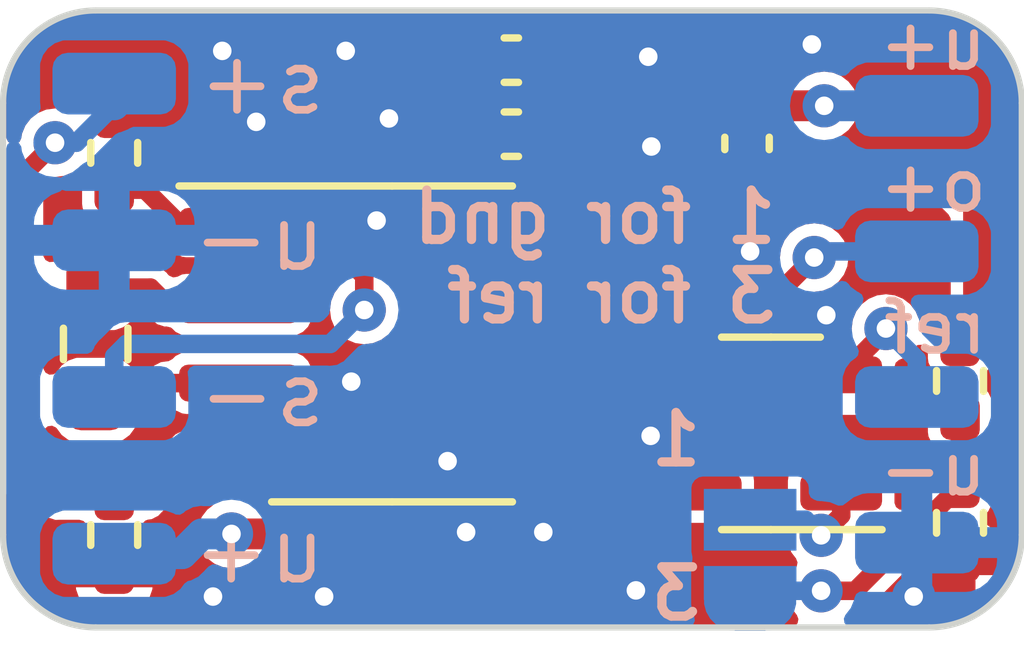
<source format=kicad_pcb>
(kicad_pcb (version 20221018) (generator pcbnew)
  (layers (0 "F.Cu" signal) (31 "B.Cu" power) (34 "B.Paste" user) (35 "F.Paste" user) (36 "B.SilkS" user "B.Silkscreen") (37 "F.SilkS" user "F.Silkscreen") (38 "B.Mask" user) (39 "F.Mask" user) (44 "Edge.Cuts" user))
  (net 0 "")
  (net 1 "VDD")
  (net 2 "GND")
  (net 3 "Net-(IC1-RG_1)")
  (net 4 "Net-(IC1-RG_2)")
  (net 5 "ref")
  (net 6 "out")
  (net 7 "-IN")
  (net 8 "+IN")
  (net 9 "Net-(J1-Pin_1)")
  (net 10 "Net-(IC2-INPUT_+)")
  (net 11 "Net-(JP1-B)")
  (footprint "Capacitor_SMD:C_0402_1005Metric_Pad0.74x0.62mm_HandSolder" (layer "F.Cu") (at 81.2325 48.005 180)
    (fp_text reference "C1" hide)
    (fp_text value "100n" hide)
    (fp_line (start -0.115835 -0.36) (end 0.115835 -0.36) (stroke (width 0.12)) (layer "F.SilkS"))
    (fp_line (start -0.115835 0.36) (end 0.115835 0.36) (stroke (width 0.12)) (layer "F.SilkS"))
    (pad "1" smd roundrect (at -0.5675 0 180) (size 0.735 0.62) (layers "F.Cu" "F.Paste" "F.Mask") (net 1 "VDD"))
    (pad "2" smd roundrect (at 0.5675 0 180) (size 0.735 0.62) (layers "F.Cu" "F.Paste" "F.Mask") (net 2 "GND"))
  )
  (footprint "Resistor_SMD:R_0402_1005Metric_Pad0.72x0.64mm_HandSolder" (layer "F.Cu") (at 88.5 54.305 90)
    (fp_text reference "R4" hide)
    (fp_text value "10k" hide)
    (fp_line (start -0.167621 -0.38) (end 0.167621 -0.38) (stroke (width 0.12)) (layer "F.SilkS"))
    (fp_line (start -0.167621 0.38) (end 0.167621 0.38) (stroke (width 0.12)) (layer "F.SilkS"))
    (pad "1" smd roundrect (at -0.5975 0 90) (size 0.715 0.64) (layers "F.Cu" "F.Paste" "F.Mask") (net 2 "GND"))
    (pad "2" smd roundrect (at 0.5975 0 90) (size 0.715 0.64) (layers "F.Cu" "F.Paste" "F.Mask") (net 11 "Net-(JP1-B)"))
  )
  (footprint "Package_SO:SOIC-8_3.9x4.9mm_P1.27mm" (layer "F.Cu") (at 79.3 51.405)
    (fp_text reference "IC1" hide)
    (fp_text value "INA826AID" hide)
    (fp_line (start 0 -2.56) (end -3.45 -2.56) (stroke (width 0.12)) (layer "F.SilkS"))
    (fp_line (start 0 -2.56) (end 1.95 -2.56) (stroke (width 0.12)) (layer "F.SilkS"))
    (fp_line (start 0 2.56) (end -1.95 2.56) (stroke (width 0.12)) (layer "F.SilkS"))
    (fp_line (start 0 2.56) (end 1.95 2.56) (stroke (width 0.12)) (layer "F.SilkS"))
    (pad "1" smd roundrect (at -2.475 -1.905) (size 1.95 0.6) (layers "F.Cu" "F.Paste" "F.Mask") (net 7 "-IN"))
    (pad "2" smd roundrect (at -2.475 -0.635) (size 1.95 0.6) (layers "F.Cu" "F.Paste" "F.Mask") (net 3 "Net-(IC1-RG_1)"))
    (pad "3" smd roundrect (at -2.475 0.635) (size 1.95 0.6) (layers "F.Cu" "F.Paste" "F.Mask") (net 4 "Net-(IC1-RG_2)"))
    (pad "4" smd roundrect (at -2.475 1.905) (size 1.95 0.6) (layers "F.Cu" "F.Paste" "F.Mask") (net 8 "+IN"))
    (pad "5" smd roundrect (at 2.475 1.905) (size 1.95 0.6) (layers "F.Cu" "F.Paste" "F.Mask") (net 2 "GND"))
    (pad "6" smd roundrect (at 2.475 0.635) (size 1.95 0.6) (layers "F.Cu" "F.Paste" "F.Mask") (net 5 "ref"))
    (pad "7" smd roundrect (at 2.475 -0.635) (size 1.95 0.6) (layers "F.Cu" "F.Paste" "F.Mask") (net 6 "out"))
    (pad "8" smd roundrect (at 2.475 -1.905) (size 1.95 0.6) (layers "F.Cu" "F.Paste" "F.Mask") (net 1 "VDD"))
  )
  (footprint "Package_TO_SOT_SMD:SOT-23-5" (layer "F.Cu") (at 85.4375 52.855 180)
    (fp_text reference "IC2" hide)
    (fp_text value "AS321KTR-G1" hide)
    (fp_line (start 0 -1.56) (end -1.8 -1.56) (stroke (width 0.12)) (layer "F.SilkS"))
    (fp_line (start 0 -1.56) (end 0.8 -1.56) (stroke (width 0.12)) (layer "F.SilkS"))
    (fp_line (start 0 1.56) (end -0.8 1.56) (stroke (width 0.12)) (layer "F.SilkS"))
    (fp_line (start 0 1.56) (end 0.8 1.56) (stroke (width 0.12)) (layer "F.SilkS"))
    (pad "1" smd roundrect (at -1.1375 -0.95 180) (size 1.325 0.6) (layers "F.Cu" "F.Paste" "F.Mask") (net 10 "Net-(IC2-INPUT_+)"))
    (pad "2" smd roundrect (at -1.1375 0 180) (size 1.325 0.6) (layers "F.Cu" "F.Paste" "F.Mask") (net 2 "GND"))
    (pad "3" smd roundrect (at -1.1375 0.95 180) (size 1.325 0.6) (layers "F.Cu" "F.Paste" "F.Mask") (net 5 "ref"))
    (pad "4" smd roundrect (at 1.1375 0.95 180) (size 1.325 0.6) (layers "F.Cu" "F.Paste" "F.Mask") (net 5 "ref"))
    (pad "5" smd roundrect (at 1.1375 -0.95 180) (size 1.325 0.6) (layers "F.Cu" "F.Paste" "F.Mask") (net 1 "VDD"))
  )
  (footprint "Capacitor_SMD:C_0402_1005Metric_Pad0.74x0.62mm_HandSolder" (layer "F.Cu") (at 81.2325 46.805 180)
    (fp_text reference "C2" hide)
    (fp_text value "10u" hide)
    (fp_line (start -0.115835 -0.36) (end 0.115835 -0.36) (stroke (width 0.12)) (layer "F.SilkS"))
    (fp_line (start -0.115835 0.36) (end 0.115835 0.36) (stroke (width 0.12)) (layer "F.SilkS"))
    (pad "1" smd roundrect (at -0.5675 0 180) (size 0.735 0.62) (layers "F.Cu" "F.Paste" "F.Mask") (net 1 "VDD"))
    (pad "2" smd roundrect (at 0.5675 0 180) (size 0.735 0.62) (layers "F.Cu" "F.Paste" "F.Mask") (net 2 "GND"))
  )
  (footprint "Resistor_SMD:R_0402_1005Metric_Pad0.72x0.64mm_HandSolder" (layer "F.Cu") (at 74.8 54.5025 90)
    (fp_text reference "R2" hide)
    (fp_text value "47k" hide)
    (fp_line (start -0.167621 -0.38) (end 0.167621 -0.38) (stroke (width 0.12)) (layer "F.SilkS"))
    (fp_line (start -0.167621 0.38) (end 0.167621 0.38) (stroke (width 0.12)) (layer "F.SilkS"))
    (pad "1" smd roundrect (at -0.5975 0 90) (size 0.715 0.64) (layers "F.Cu" "F.Paste" "F.Mask") (net 2 "GND"))
    (pad "2" smd roundrect (at 0.5975 0 90) (size 0.715 0.64) (layers "F.Cu" "F.Paste" "F.Mask") (net 8 "+IN"))
  )
  (footprint "Resistor_SMD:R_0402_1005Metric_Pad0.72x0.64mm_HandSolder" (layer "F.Cu") (at 74.8 48.3075 90)
    (fp_text reference "R1" hide)
    (fp_text value "47k" hide)
    (fp_line (start -0.167621 -0.38) (end 0.167621 -0.38) (stroke (width 0.12)) (layer "F.SilkS"))
    (fp_line (start -0.167621 0.38) (end 0.167621 0.38) (stroke (width 0.12)) (layer "F.SilkS"))
    (pad "1" smd roundrect (at -0.5975 0 90) (size 0.715 0.64) (layers "F.Cu" "F.Paste" "F.Mask") (net 7 "-IN"))
    (pad "2" smd roundrect (at 0.5975 0 90) (size 0.715 0.64) (layers "F.Cu" "F.Paste" "F.Mask") (net 2 "GND"))
  )
  (footprint "Resistor_SMD:R_0402_1005Metric_Pad0.72x0.64mm_HandSolder" (layer "F.Cu") (at 88.5 52.005 90)
    (fp_text reference "R3" hide)
    (fp_text value "10k" hide)
    (fp_line (start -0.167621 -0.38) (end 0.167621 -0.38) (stroke (width 0.12)) (layer "F.SilkS"))
    (fp_line (start -0.167621 0.38) (end 0.167621 0.38) (stroke (width 0.12)) (layer "F.SilkS"))
    (pad "1" smd roundrect (at -0.5975 0 90) (size 0.715 0.64) (layers "F.Cu" "F.Paste" "F.Mask") (net 11 "Net-(JP1-B)"))
    (pad "2" smd roundrect (at 0.5975 0 90) (size 0.715 0.64) (layers "F.Cu" "F.Paste" "F.Mask") (net 1 "VDD"))
  )
  (footprint "Inductor_SMD:L_0402_1005Metric_Pad0.77x0.64mm_HandSolder" (layer "F.Cu") (at 85.05 48.155 -90)
    (fp_text reference "FB1" hide)
    (fp_text value "120R" hide)
    (fp_line (start -0.1002 -0.36) (end 0.1002 -0.36) (stroke (width 0.12)) (layer "F.SilkS"))
    (fp_line (start -0.1002 0.36) (end 0.1002 0.36) (stroke (width 0.12)) (layer "F.SilkS"))
    (pad "1" smd roundrect (at -0.5725 0 270) (size 0.765 0.64) (layers "F.Cu" "F.Paste" "F.Mask") (net 9 "Net-(J1-Pin_1)"))
    (pad "2" smd roundrect (at 0.5725 0 270) (size 0.765 0.64) (layers "F.Cu" "F.Paste" "F.Mask") (net 1 "VDD"))
  )
  (footprint "Resistor_SMD:R_0603_1608Metric_Pad0.98x0.95mm_HandSolder" (layer "F.Cu") (at 74.5 51.405 90)
    (fp_text reference "RG1" hide)
    (fp_text value "tbd" hide)
    (fp_line (start -0.254724 -0.5225) (end 0.254724 -0.5225) (stroke (width 0.12)) (layer "F.SilkS"))
    (fp_line (start -0.254724 0.5225) (end 0.254724 0.5225) (stroke (width 0.12)) (layer "F.SilkS"))
    (pad "1" smd roundrect (at -0.9125 0 90) (size 0.975 0.95) (layers "F.Cu" "F.Paste" "F.Mask") (net 4 "Net-(IC1-RG_2)"))
    (pad "2" smd roundrect (at 0.9125 0 90) (size 0.975 0.95) (layers "F.Cu" "F.Paste" "F.Mask") (net 3 "Net-(IC1-RG_1)"))
  )
  (footprint "Connector_Wire:SolderWirePad_1x01_SMD_1x2mm" (layer "B.Cu") (at 74.8 47.185 90)
    (fp_text reference "J6" hide)
    (fp_text value "Conn_01x01_Socket" hide)
    (pad "1" smd roundrect (at 0 0 90) (size 1 2) (layers "B.Cu" "B.Paste" "B.Mask") (net 8 "+IN"))
  )
  (footprint "Connector_Wire:SolderWirePad_1x01_SMD_1x2mm" (layer "B.Cu") (at 87.8 52.265 -90)
    (fp_text reference "J3" hide)
    (fp_text value "Conn_01x01_Socket" hide)
    (pad "1" smd roundrect (at 0 0 270) (size 1 2) (layers "B.Cu" "B.Paste" "B.Mask") (net 5 "ref"))
  )
  (footprint "Connector_Wire:SolderWirePad_1x01_SMD_1x2mm" (layer "B.Cu") (at 74.8 52.265 90)
    (fp_text reference "J7" hide)
    (fp_text value "Conn_01x01_Socket" hide)
    (pad "1" smd roundrect (at 0 0 90) (size 1 2) (layers "B.Cu" "B.Paste" "B.Mask") (net 7 "-IN"))
  )
  (footprint "Jumper:SolderJumper-3_P1.3mm_Open_RoundedPad1.0x1.5mm_NumberLabels" (layer "B.Cu") (at 85.1 54.255 -90)
    (fp_text reference "JP1" hide)
    (fp_text value "SolderJumper_3_Open" hide)
    (fp_text user "3" (at 1.2 1.2 -180) (layer "B.SilkS") (effects (font (size 0.8 0.8)) (justify mirror)))
    (fp_text user "1" (at -1.3 1.2 -180) (layer "B.SilkS") (effects (font (size 0.8 0.8)) (justify mirror)))
    (pad "1" smd custom (at -1.3 0 270) (size 1 0.5) (layers "B.Cu" "B.Mask") (net 2 "GND") (options (clearance outline) (anchor rect)) (primitives (gr_circle (center 0 -0.25) (end 0.5 -0.25) (width 0) (fill yes)) (gr_circle (center 0 0.25) (end 0.5 0.25) (width 0) (fill yes)) (gr_poly (pts (xy 0.55 -0.75) (xy 0 -0.75) (xy 0 0.75) (xy 0.55 0.75)) (width 0) (fill yes))))
    (pad "2" smd rect (at 0 0 270) (size 1 1.5) (layers "B.Cu" "B.Mask") (net 10 "Net-(IC2-INPUT_+)"))
    (pad "3" smd custom (at 1.3 0 270) (size 1 0.5) (layers "B.Cu" "B.Mask") (net 11 "Net-(JP1-B)") (options (clearance outline) (anchor rect)) (primitives (gr_circle (center 0 -0.25) (end 0.5 -0.25) (width 0) (fill yes)) (gr_circle (center 0 0.25) (end 0.5 0.25) (width 0) (fill yes)) (gr_poly (pts (xy 0 -0.75) (xy -0.55 -0.75) (xy -0.55 0.75) (xy 0 0.75)) (width 0) (fill yes))))
  )
  (footprint "Connector_Wire:SolderWirePad_1x01_SMD_1x2mm" (layer "B.Cu") (at 74.8 54.805 90)
    (fp_text reference "J5" hide)
    (fp_text value "Conn_01x01_Socket" hide)
    (pad "1" smd roundrect (at 0 0 90) (size 1 2) (layers "B.Cu" "B.Paste" "B.Mask") (net 1 "VDD"))
  )
  (footprint "Connector_Wire:SolderWirePad_1x01_SMD_1x2mm" (layer "B.Cu") (at 87.8 49.905 -90)
    (fp_text reference "J2" hide)
    (fp_text value "Conn_01x01_Socket" hide)
    (pad "1" smd roundrect (at 0 0 270) (size 1 2) (layers "B.Cu" "B.Paste" "B.Mask") (net 6 "out"))
  )
  (footprint "Connector_Wire:SolderWirePad_1x01_SMD_1x2mm" (layer "B.Cu") (at 87.8 47.545 -90)
    (fp_text reference "J1" hide)
    (fp_text value "Conn_01x01_Socket" hide)
    (pad "1" smd roundrect (at 0 0 270) (size 1 2) (layers "B.Cu" "B.Paste" "B.Mask") (net 9 "Net-(J1-Pin_1)"))
  )
  (footprint "Connector_Wire:SolderWirePad_1x01_SMD_1x2mm" (layer "B.Cu") (at 87.8 54.625 -90)
    (fp_text reference "J4" hide)
    (fp_text value "Conn_01x01_Socket" hide)
    (pad "1" smd roundrect (at 0 0 270) (size 1 2) (layers "B.Cu" "B.Paste" "B.Mask") (net 2 "GND"))
  )
  (footprint "Connector_Wire:SolderWirePad_1x01_SMD_1x2mm" (layer "B.Cu") (at 74.8 49.725 90)
    (fp_text reference "J8" hide)
    (fp_text value "Conn_01x01_Socket" hide)
    (pad "1" smd roundrect (at 0 0 90) (size 1 2) (layers "B.Cu" "B.Paste" "B.Mask") (net 2 "GND"))
  )
  (gr_line locked (start 88 46) (end 74.5 46) (stroke (width 0.1)) (layer "Edge.Cuts"))
  (gr_arc locked (start 88 46) (mid 89.06066 46.43934) (end 89.5 47.5) (stroke (width 0.1)) (layer "Edge.Cuts"))
  (gr_arc locked (start 74.5 56) (mid 73.43934 55.56066) (end 73 54.5) (stroke (width 0.1)) (layer "Edge.Cuts"))
  (gr_arc locked (start 73 47.5) (mid 73.43934 46.43934) (end 74.5 46) (stroke (width 0.1)) (layer "Edge.Cuts"))
  (gr_line locked (start 88 56) (end 74.5 56) (stroke (width 0.1)) (layer "Edge.Cuts"))
  (gr_arc locked (start 89.5 54.5) (mid 89.06066 55.56066) (end 88 56) (stroke (width 0.1)) (layer "Edge.Cuts"))
  (gr_line locked (start 73 47.5) (end 73 54.5) (stroke (width 0.1)) (layer "Edge.Cuts"))
  (gr_line locked (start 89.5 47.5) (end 89.5 54.5) (stroke (width 0.1)) (layer "Edge.Cuts"))
  (gr_text "s+" (at 78.3 47.738334) (layer "B.SilkS") (effects (font (size 1 1) (thickness 0.125)) (justify left bottom mirror)))
  (gr_text "o+" (at 89 49.305) (layer "B.SilkS") (effects (font (size 0.8 0.8) (thickness 0.125)) (justify left bottom mirror)))
  (gr_text "u+" (at 89 47.005) (layer "B.SilkS") (effects (font (size 0.8 0.8) (thickness 0.125)) (justify left bottom mirror)))
  (gr_text "ref" (at 89 51.605) (layer "B.SilkS") (effects (font (size 0.8 0.8) (thickness 0.125)) (justify left bottom mirror)))
  (gr_text "u+" (at 78.3 55.338334) (layer "B.SilkS") (effects (font (size 1 1) (thickness 0.125)) (justify left bottom mirror)))
  (gr_text "u-" (at 89 53.905) (layer "B.SilkS") (effects (font (size 0.8 0.8) (thickness 0.125)) (justify left bottom mirror)))
  (gr_text "1 for gnd\n3 for ref" (at 85.6 51.105) (layer "B.SilkS") (effects (font (size 0.8 0.8)) (justify left bottom mirror)))
  (gr_text "s-" (at 78.3 52.805) (layer "B.SilkS") (effects (font (size 1 1) (thickness 0.125)) (justify left bottom mirror)))
  (gr_text "u-" (at 78.3 50.271667) (layer "B.SilkS") (effects (font (size 1 1) (thickness 0.125)) (justify left bottom mirror)))
  (segment (start 88.3725 48.7275) (end 88.8 49.155) (width 0.5) (layer "F.Cu") (net 1))
  (segment (start 79.85 52.105) (end 79.85 50.205) (width 0.5) (layer "F.Cu") (net 1))
  (segment (start 81.8 46.805) (end 81.8 49.475) (width 0.5) (layer "F.Cu") (net 1))
  (segment (start 79.55 55.405) (end 82.05 55.405) (width 0.5) (layer "F.Cu") (net 1))
  (segment (start 79.3 52.655) (end 79.85 52.105) (width 0.5) (layer "F.Cu") (net 1))
  (segment (start 77.473528 54.485) (end 79.3 52.658528) (width 0.5) (layer "F.Cu") (net 1))
  (segment (start 88.8 49.155) (end 88.8 51.1075) (width 0.5) (layer "F.Cu") (net 1))
  (segment (start 88.8 51.1075) (end 88.5 51.4075) (width 0.5) (layer "F.Cu") (net 1))
  (segment (start 85.05 48.7275) (end 88.3725 48.7275) (width 0.5) (layer "F.Cu") (net 1))
  (segment (start 84.2775 49.5) (end 85.05 48.7275) (width 0.5) (layer "F.Cu") (net 1))
  (segment (start 76.7 54.485) (end 77.473528 54.485) (width 0.5) (layer "F.Cu") (net 1))
  (segment (start 79.3 52.658528) (end 79.3 52.655) (width 0.5) (layer "F.Cu") (net 1))
  (segment (start 82.05 55.405) (end 83.65 53.805) (width 0.5) (layer "F.Cu") (net 1))
  (segment (start 81.775 49.5) (end 84.2775 49.5) (width 0.5) (layer "F.Cu") (net 1))
  (segment (start 79.85 50.205) (end 80.555 49.5) (width 0.5) (layer "F.Cu") (net 1))
  (segment (start 79.3 55.155) (end 79.55 55.405) (width 0.5) (layer "F.Cu") (net 1))
  (segment (start 80.555 49.5) (end 81.775 49.5) (width 0.5) (layer "F.Cu") (net 1))
  (segment (start 83.65 53.805) (end 84.3 53.805) (width 0.5) (layer "F.Cu") (net 1))
  (segment (start 79.3 52.658528) (end 79.3 55.155) (width 0.5) (layer "F.Cu") (net 1))
  (segment (start 81.8 49.475) (end 81.775 49.5) (width 0.5) (layer "F.Cu") (net 1))
  (via (at 76.7 54.485) (size 0.7) (drill 0.3) (layers "F.Cu" "B.Cu") (net 1))
  (segment (start 75.899311 54.805) (end 74.8 54.805) (width 0.5) (layer "B.Cu") (net 1))
  (segment (start 76.7 54.485) (end 76.219311 54.485) (width 0.5) (layer "B.Cu") (net 1))
  (segment (start 76.219311 54.485) (end 75.899311 54.805) (width 0.5) (layer "B.Cu") (net 1))
  (segment (start 87.75 55.5) (end 87.9025 55.5) (width 0.5) (layer "F.Cu") (net 2))
  (segment (start 83.528619 52.855) (end 86.575 52.855) (width 0.3) (layer "F.Cu") (net 2))
  (segment (start 83.488401 52.895218) (end 83.073619 53.31) (width 0.3) (layer "F.Cu") (net 2))
  (segment (start 87.9025 55.5) (end 88.5 54.9025) (width 0.5) (layer "F.Cu") (net 2))
  (segment (start 83.073619 53.31) (end 81.775 53.31) (width 0.3) (layer "F.Cu") (net 2))
  (via (at 80.5 54.455) (size 0.7) (drill 0.3) (layers "F.Cu" "B.Cu") (net 2))
  (via (at 78.639708 52.016474) (size 0.7) (drill 0.3) (layers "F.Cu" "B.Cu") (net 2))
  (via (at 78.55 46.655) (size 0.7) (drill 0.3) (layers "F.Cu" "B.Cu") (net 2))
  (via (at 77.1 47.805) (size 0.7) (drill 0.3) (layers "F.Cu" "B.Cu") (net 2))
  (via (at 87.75 55.5) (size 0.7) (drill 0.3) (layers "F.Cu" "B.Cu") (net 2))
  (via (at 76.55 46.655) (size 0.7) (drill 0.3) (layers "F.Cu" "B.Cu") (net 2))
  (via (at 79.25 47.75) (size 0.7) (drill 0.3) (layers "F.Cu" "B.Cu") (net 2))
  (via (at 76.4 55.5) (size 0.7) (drill 0.3) (layers "F.Cu" "B.Cu") (net 2))
  (via (at 80.2 53.305) (size 0.7) (drill 0.3) (layers "F.Cu" "B.Cu") (net 2))
  (via (at 86.1 46.55) (size 0.7) (drill 0.3) (layers "F.Cu" "B.Cu") (net 2))
  (via (at 86.334083 50.939083) (size 0.7) (drill 0.3) (layers "F.Cu" "B.Cu") (net 2))
  (via (at 81.75 54.455) (size 0.7) (drill 0.3) (layers "F.Cu" "B.Cu") (net 2))
  (via (at 78.2 55.5) (size 0.7) (drill 0.3) (layers "F.Cu" "B.Cu") (net 2))
  (via (at 85.1 49.905) (size 0.7) (drill 0.3) (layers "F.Cu" "B.Cu") (net 2))
  (via (at 83.488401 52.895218) (size 0.7) (drill 0.3) (layers "F.Cu" "B.Cu") (net 2))
  (via (at 83.5 48.205) (size 0.7) (drill 0.3) (layers "F.Cu" "B.Cu") (net 2))
  (via (at 83.25 55.4) (size 0.7) (drill 0.3) (layers "F.Cu" "B.Cu") (net 2))
  (via (at 79.05 49.405) (size 0.7) (drill 0.3) (layers "F.Cu" "B.Cu") (net 2))
  (via (at 83.45 46.75) (size 0.7) (drill 0.3) (layers "F.Cu" "B.Cu") (net 2))
  (segment (start 75.665 50.77) (end 75.3875 50.4925) (width 0.3) (layer "F.Cu") (net 3))
  (segment (start 76.825 50.77) (end 75.665 50.77) (width 0.3) (layer "F.Cu") (net 3))
  (segment (start 75.3875 50.4925) (end 74.5 50.4925) (width 0.3) (layer "F.Cu") (net 3))
  (segment (start 75.3875 52.3175) (end 74.5 52.3175) (width 0.3) (layer "F.Cu") (net 4))
  (segment (start 76.825 52.04) (end 75.665 52.04) (width 0.3) (layer "F.Cu") (net 4))
  (segment (start 75.665 52.04) (end 75.3875 52.3175) (width 0.3) (layer "F.Cu") (net 4))
  (segment (start 83.2 51.905) (end 83.065 52.04) (width 0.3) (layer "F.Cu") (net 5))
  (segment (start 84.3 51.905) (end 86.097449 51.905) (width 0.3) (layer "F.Cu") (net 5))
  (segment (start 87.05 51.43) (end 87.3 51.18) (width 0.3) (layer "F.Cu") (net 5))
  (segment (start 87.3 51.18) (end 87.3 51.155) (width 0.5) (layer "F.Cu") (net 5))
  (segment (start 86.575 51.905) (end 87.05 51.43) (width 0.3) (layer "F.Cu") (net 5))
  (segment (start 86.097449 51.905) (end 86.575 51.905) (width 0.5) (layer "F.Cu") (net 5))
  (segment (start 83.065 52.04) (end 81.775 52.04) (width 0.3) (layer "F.Cu") (net 5))
  (segment (start 84.3 51.905) (end 83.2 51.905) (width 0.3) (layer "F.Cu") (net 5))
  (via (at 87.3 51.155) (size 0.7) (drill 0.3) (layers "F.Cu" "B.Cu") (net 5))
  (segment (start 87.3 51.155) (end 87.8 51.655) (width 0.3) (layer "B.Cu") (net 5))
  (segment (start 87.8 51.655) (end 87.8 52.265) (width 0.3) (layer "B.Cu") (net 5))
  (segment (start 86.138 50.0045) (end 85.3725 50.77) (width 0.3) (layer "F.Cu") (net 6))
  (segment (start 85.3725 50.77) (end 81.775 50.77) (width 0.3) (layer "F.Cu") (net 6))
  (via (at 86.138 50.0045) (size 0.7) (drill 0.3) (layers "F.Cu" "B.Cu") (net 6))
  (segment (start 86.2375 49.905) (end 87.8 49.905) (width 0.3) (layer "B.Cu") (net 6))
  (segment (start 86.138 50.0045) (end 86.2375 49.905) (width 0.3) (layer "B.Cu") (net 6))
  (segment (start 76.825 49.5) (end 75.895 49.5) (width 0.3) (layer "F.Cu") (net 7))
  (segment (start 75.895 49.5) (end 75.3 48.905) (width 0.3) (layer "F.Cu") (net 7))
  (segment (start 78.045 49.5) (end 76.825 49.5) (width 0.3) (layer "F.Cu") (net 7))
  (segment (start 75.3 48.905) (end 74.8 48.905) (width 0.3) (layer "F.Cu") (net 7))
  (segment (start 78.85 50.855) (end 78.85 50.305) (width 0.3) (layer "F.Cu") (net 7))
  (segment (start 78.85 50.305) (end 78.045 49.5) (width 0.3) (layer "F.Cu") (net 7))
  (via (at 78.85 50.855) (size 0.7) (drill 0.3) (layers "F.Cu" "B.Cu") (net 7))
  (segment (start 74.8 51.605) (end 74.8 52.265) (width 0.3) (layer "B.Cu") (net 7))
  (segment (start 78.3 51.405) (end 75 51.405) (width 0.3) (layer "B.Cu") (net 7))
  (segment (start 75 51.405) (end 74.8 51.605) (width 0.3) (layer "B.Cu") (net 7))
  (segment (start 78.85 50.855) (end 78.3 51.405) (width 0.3) (layer "B.Cu") (net 7))
  (segment (start 76.825 53.31) (end 75.895 53.31) (width 0.3) (layer "F.Cu") (net 8))
  (segment (start 73.3 53.305) (end 73.9 53.905) (width 0.3) (layer "F.Cu") (net 8))
  (segment (start 75.895 53.31) (end 75.3 53.905) (width 0.3) (layer "F.Cu") (net 8))
  (segment (start 73.9 53.905) (end 74.8 53.905) (width 0.3) (layer "F.Cu") (net 8))
  (segment (start 75.3 53.905) (end 74.8 53.905) (width 0.3) (layer "F.Cu") (net 8))
  (segment (start 73.841653 48.143347) (end 73.3 48.685) (width 0.3) (layer "F.Cu") (net 8))
  (segment (start 73.3 48.685) (end 73.3 53.305) (width 0.3) (layer "F.Cu") (net 8))
  (via (at 73.841653 48.143347) (size 0.7) (drill 0.3) (layers "F.Cu" "B.Cu") (net 8))
  (segment (start 74.186653 48.143347) (end 74.8 47.53) (width 0.3) (layer "B.Cu") (net 8))
  (segment (start 74.8 47.53) (end 74.8 47.185) (width 0.5) (layer "B.Cu") (net 8))
  (segment (start 73.841653 48.143347) (end 74.186653 48.143347) (width 0.3) (layer "B.Cu") (net 8))
  (segment (start 86.3 47.545) (end 85.0875 47.545) (width 0.5) (layer "F.Cu") (net 9))
  (segment (start 85.0875 47.545) (end 85.05 47.5825) (width 0.5) (layer "F.Cu") (net 9))
  (via (at 86.3 47.545) (size 0.7) (drill 0.3) (layers "F.Cu" "B.Cu") (net 9))
  (segment (start 86.55 47.545) (end 87.8 47.545) (width 0.5) (layer "B.Cu") (net 9))
  (segment (start 86.575 54.182989) (end 86.575 53.805) (width 0.3) (layer "F.Cu") (net 10))
  (segment (start 86.2505 54.507489) (end 86.575 54.182989) (width 0.3) (layer "F.Cu") (net 10))
  (via (at 86.2505 54.507489) (size 0.7) (drill 0.3) (layers "F.Cu" "B.Cu") (net 10))
  (segment (start 86.2505 54.507489) (end 85.998011 54.255) (width 0.3) (layer "B.Cu") (net 10))
  (segment (start 85.998011 54.255) (end 85.1 54.255) (width 0.3) (layer "B.Cu") (net 10))
  (segment (start 86.800509 55.406991) (end 88.5 53.7075) (width 0.3) (layer "F.Cu") (net 11))
  (segment (start 86.249806 55.406991) (end 86.800509 55.406991) (width 0.3) (layer "F.Cu") (net 11))
  (segment (start 88.5 53.7075) (end 88.5 52.6525) (width 0.3) (layer "F.Cu") (net 11))
  (via (at 86.249806 55.406991) (size 0.7) (drill 0.3) (layers "F.Cu" "B.Cu") (net 11))
  (segment (start 85.248009 55.406991) (end 85.1 55.555) (width 0.3) (layer "B.Cu") (net 11))
  (segment (start 86.249806 55.406991) (end 85.248009 55.406991) (width 0.3) (layer "B.Cu") (net 11))
  (zone (net 2) (net_name "GND") (layer "F.Cu") (priority 1) (connect_pads (clearance 0.2)) (min_thickness 0.25) (fill yes (thermal_gap 0.3) (thermal_bridge_width 0.5) (island_removal_mode 2) (island_area_min 2))
    (polygon (pts (xy 73.05 45.905) (xy 73.05 56.155) (xy 89.55 56.155) (xy 89.55 45.905)))
  )
  (zone (net 2) (net_name "GND") (layer "B.Cu") (connect_pads (clearance 0.2)) (min_thickness 0.25) (fill yes (thermal_gap 0.3) (thermal_bridge_width 0.5) (island_removal_mode 2) (island_area_min 2))
    (polygon (pts (xy 73.05 45.905) (xy 73.05 56.155) (xy 89.55 56.155) (xy 89.55 45.905)))
  )
)
</source>
